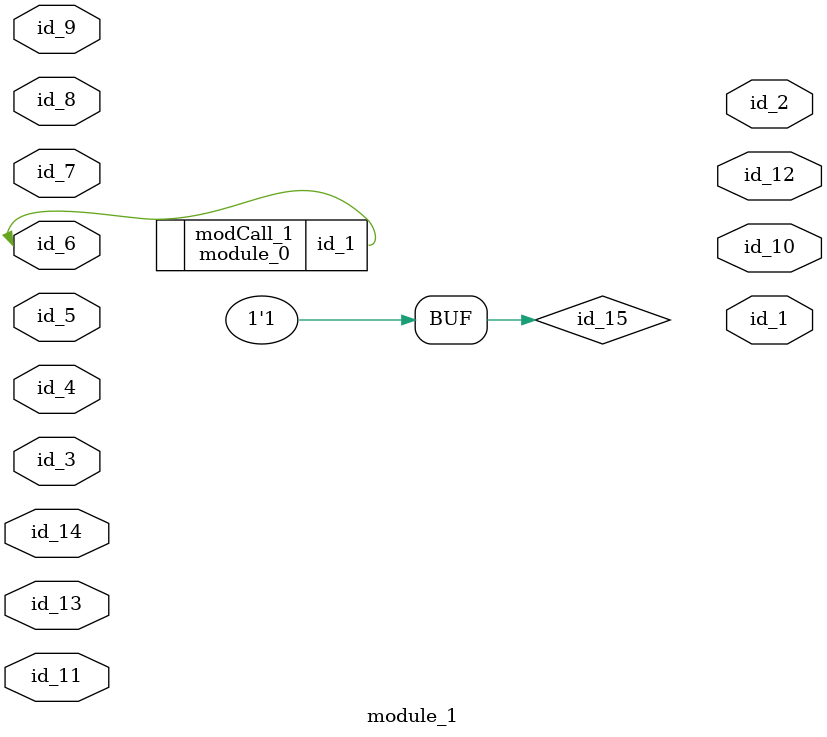
<source format=v>
module module_0 (
    id_1
);
  inout wire id_1;
  wire id_2;
  wire id_3;
endmodule
module module_1 (
    id_1,
    id_2,
    id_3,
    id_4,
    id_5,
    id_6,
    id_7,
    id_8,
    id_9,
    id_10,
    id_11,
    id_12,
    id_13,
    id_14
);
  input wire id_14;
  input wire id_13;
  output wire id_12;
  inout wire id_11;
  output wire id_10;
  input wire id_9;
  input wire id_8;
  inout wire id_7;
  inout wire id_6;
  input wire id_5;
  inout wire id_4;
  inout wire id_3;
  output wire id_2;
  output wire id_1;
  wire id_15 = 1;
  module_0 modCall_1 (id_6);
  wire id_16;
endmodule

</source>
